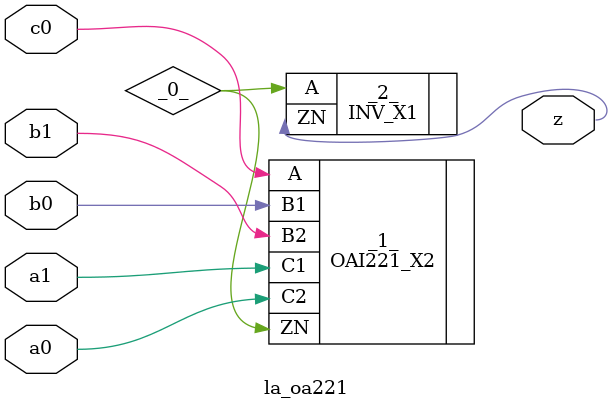
<source format=v>
/* Generated by Yosys 0.37 (git sha1 a5c7f69ed, clang 14.0.0-1ubuntu1.1 -fPIC -Os) */

module la_oa221(a0, a1, b0, b1, c0, z);
  wire _0_;
  input a0;
  wire a0;
  input a1;
  wire a1;
  input b0;
  wire b0;
  input b1;
  wire b1;
  input c0;
  wire c0;
  output z;
  wire z;
  OAI221_X2 _1_ (
    .A(c0),
    .B1(b0),
    .B2(b1),
    .C1(a1),
    .C2(a0),
    .ZN(_0_)
  );
  INV_X1 _2_ (
    .A(_0_),
    .ZN(z)
  );
endmodule

</source>
